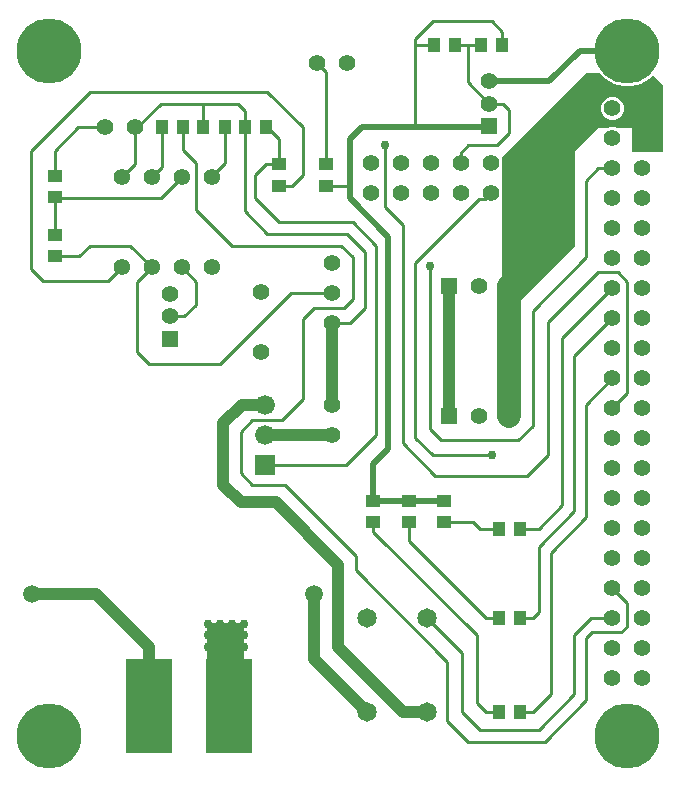
<source format=gbr>
G04 EAGLE Gerber RS-274X export*
G75*
%MOMM*%
%FSLAX34Y34*%
%LPD*%
%INTop Copper*%
%IPPOS*%
%AMOC8*
5,1,8,0,0,1.08239X$1,22.5*%
G01*
%ADD10C,1.422400*%
%ADD11C,1.500000*%
%ADD12R,4.000000X8.000000*%
%ADD13C,1.650000*%
%ADD14R,1.676400X1.676400*%
%ADD15C,1.676400*%
%ADD16R,1.422400X1.422400*%
%ADD17R,0.987300X1.311800*%
%ADD18R,1.311800X0.987300*%
%ADD19C,1.386000*%
%ADD20C,2.000000*%
%ADD21C,5.500000*%
%ADD22C,0.254000*%
%ADD23C,0.508000*%
%ADD24C,0.756400*%
%ADD25C,1.016000*%

G36*
X420110Y389255D02*
X420110Y389255D01*
X420181Y389261D01*
X420229Y389281D01*
X420280Y389292D01*
X420341Y389329D01*
X420407Y389357D01*
X420463Y389402D01*
X420491Y389418D01*
X420506Y389436D01*
X420538Y389462D01*
X480538Y449462D01*
X480591Y449536D01*
X480651Y449605D01*
X480663Y449635D01*
X480682Y449661D01*
X480709Y449748D01*
X480743Y449833D01*
X480747Y449874D01*
X480754Y449897D01*
X480753Y449929D01*
X480761Y450000D01*
X480761Y529685D01*
X500315Y549239D01*
X507056Y549239D01*
X507121Y549249D01*
X507187Y549250D01*
X507267Y549273D01*
X507299Y549279D01*
X507316Y549288D01*
X507348Y549297D01*
X510380Y550553D01*
X514220Y550553D01*
X517252Y549297D01*
X517316Y549282D01*
X517377Y549257D01*
X517460Y549248D01*
X517492Y549241D01*
X517511Y549242D01*
X517544Y549239D01*
X529239Y549239D01*
X529239Y530000D01*
X529242Y529980D01*
X529240Y529961D01*
X529262Y529859D01*
X529279Y529757D01*
X529288Y529740D01*
X529292Y529720D01*
X529345Y529631D01*
X529394Y529540D01*
X529408Y529526D01*
X529418Y529509D01*
X529497Y529442D01*
X529572Y529371D01*
X529590Y529362D01*
X529605Y529349D01*
X529701Y529310D01*
X529795Y529267D01*
X529815Y529265D01*
X529833Y529257D01*
X530000Y529239D01*
X554158Y529239D01*
X554178Y529242D01*
X554197Y529240D01*
X554299Y529262D01*
X554401Y529279D01*
X554418Y529288D01*
X554438Y529292D01*
X554527Y529345D01*
X554618Y529394D01*
X554632Y529408D01*
X554649Y529418D01*
X554716Y529497D01*
X554788Y529572D01*
X554796Y529590D01*
X554809Y529605D01*
X554848Y529701D01*
X554891Y529795D01*
X554893Y529815D01*
X554901Y529833D01*
X554919Y530000D01*
X554919Y585842D01*
X554905Y585932D01*
X554897Y586023D01*
X554885Y586053D01*
X554880Y586085D01*
X554837Y586165D01*
X554801Y586249D01*
X554775Y586281D01*
X554764Y586302D01*
X554741Y586324D01*
X554696Y586380D01*
X547319Y593758D01*
X547302Y593770D01*
X547290Y593785D01*
X547203Y593841D01*
X547119Y593902D01*
X547100Y593907D01*
X547083Y593918D01*
X546983Y593943D01*
X546884Y593974D01*
X546864Y593973D01*
X546845Y593978D01*
X546742Y593970D01*
X546638Y593968D01*
X546619Y593961D01*
X546599Y593959D01*
X546505Y593919D01*
X546407Y593883D01*
X546391Y593871D01*
X546373Y593863D01*
X546242Y593758D01*
X543445Y590961D01*
X536595Y587006D01*
X528955Y584959D01*
X521045Y584959D01*
X513405Y587006D01*
X506555Y590961D01*
X501978Y595538D01*
X501904Y595591D01*
X501834Y595651D01*
X501804Y595663D01*
X501778Y595682D01*
X501691Y595709D01*
X501606Y595743D01*
X501565Y595747D01*
X501543Y595754D01*
X501511Y595753D01*
X501439Y595761D01*
X490000Y595761D01*
X489910Y595747D01*
X489819Y595739D01*
X489789Y595727D01*
X489757Y595722D01*
X489677Y595679D01*
X489593Y595643D01*
X489561Y595617D01*
X489540Y595606D01*
X489518Y595583D01*
X489462Y595538D01*
X419462Y525538D01*
X419409Y525464D01*
X419349Y525395D01*
X419337Y525365D01*
X419318Y525339D01*
X419291Y525252D01*
X419257Y525167D01*
X419253Y525126D01*
X419246Y525103D01*
X419247Y525071D01*
X419239Y525000D01*
X419239Y390000D01*
X419250Y389929D01*
X419252Y389858D01*
X419270Y389809D01*
X419279Y389757D01*
X419312Y389694D01*
X419337Y389627D01*
X419369Y389586D01*
X419394Y389540D01*
X419445Y389491D01*
X419490Y389435D01*
X419534Y389406D01*
X419572Y389371D01*
X419637Y389340D01*
X419697Y389302D01*
X419748Y389289D01*
X419795Y389267D01*
X419866Y389259D01*
X419936Y389241D01*
X419988Y389246D01*
X420039Y389240D01*
X420110Y389255D01*
G37*
G36*
X200020Y94242D02*
X200020Y94242D01*
X200039Y94240D01*
X200141Y94262D01*
X200243Y94279D01*
X200260Y94288D01*
X200280Y94292D01*
X200369Y94345D01*
X200460Y94394D01*
X200474Y94408D01*
X200491Y94418D01*
X200558Y94497D01*
X200630Y94572D01*
X200638Y94590D01*
X200651Y94605D01*
X200690Y94701D01*
X200733Y94795D01*
X200735Y94815D01*
X200743Y94833D01*
X200761Y95000D01*
X200761Y130000D01*
X200758Y130020D01*
X200760Y130039D01*
X200738Y130141D01*
X200722Y130243D01*
X200712Y130260D01*
X200708Y130280D01*
X200655Y130369D01*
X200606Y130460D01*
X200592Y130474D01*
X200582Y130491D01*
X200503Y130558D01*
X200428Y130630D01*
X200410Y130638D01*
X200395Y130651D01*
X200299Y130690D01*
X200205Y130733D01*
X200185Y130735D01*
X200167Y130743D01*
X200000Y130761D01*
X170000Y130761D01*
X169980Y130758D01*
X169961Y130760D01*
X169859Y130738D01*
X169757Y130722D01*
X169740Y130712D01*
X169720Y130708D01*
X169631Y130655D01*
X169540Y130606D01*
X169526Y130592D01*
X169509Y130582D01*
X169442Y130503D01*
X169371Y130428D01*
X169362Y130410D01*
X169349Y130395D01*
X169310Y130299D01*
X169267Y130205D01*
X169265Y130185D01*
X169257Y130167D01*
X169239Y130000D01*
X169239Y95000D01*
X169242Y94980D01*
X169240Y94961D01*
X169262Y94859D01*
X169279Y94757D01*
X169288Y94740D01*
X169292Y94720D01*
X169345Y94631D01*
X169394Y94540D01*
X169408Y94526D01*
X169418Y94509D01*
X169497Y94442D01*
X169572Y94371D01*
X169590Y94362D01*
X169605Y94349D01*
X169701Y94310D01*
X169795Y94267D01*
X169815Y94265D01*
X169833Y94257D01*
X170000Y94239D01*
X200000Y94239D01*
X200020Y94242D01*
G37*
%LPC*%
G36*
X510380Y556647D02*
X510380Y556647D01*
X506832Y558117D01*
X504117Y560832D01*
X502647Y564380D01*
X502647Y568220D01*
X504117Y571768D01*
X506832Y574483D01*
X510380Y575953D01*
X514220Y575953D01*
X517768Y574483D01*
X520483Y571768D01*
X521953Y568220D01*
X521953Y564380D01*
X520483Y560832D01*
X517768Y558117D01*
X514220Y556647D01*
X510380Y556647D01*
G37*
%LPD*%
D10*
X512300Y566300D03*
X537700Y566300D03*
X512300Y540900D03*
X537700Y540900D03*
X512300Y515500D03*
X537700Y515500D03*
X512300Y490100D03*
X537700Y490100D03*
X512300Y464700D03*
X537700Y464700D03*
X512300Y439300D03*
X537700Y439300D03*
X512300Y413900D03*
X537700Y413900D03*
X512300Y388500D03*
X537700Y388500D03*
X512300Y363100D03*
X537700Y363100D03*
X512300Y337700D03*
X537700Y337700D03*
X512300Y312300D03*
X537700Y312300D03*
X512300Y286900D03*
X537700Y286900D03*
X512300Y261500D03*
X537700Y261500D03*
X512300Y236100D03*
X537700Y236100D03*
X512300Y210700D03*
X537700Y210700D03*
X512300Y185300D03*
X537700Y185300D03*
X512300Y159900D03*
X537700Y159900D03*
X512300Y134500D03*
X537700Y134500D03*
X512300Y109100D03*
X537700Y109100D03*
X512300Y83700D03*
X537700Y83700D03*
D11*
X20500Y155000D03*
X259500Y155000D03*
D12*
X120000Y60000D03*
X187300Y60000D03*
D13*
X304600Y55000D03*
X355400Y55000D03*
D14*
X218500Y264600D03*
D15*
X218500Y290000D03*
X218500Y315400D03*
D16*
X374200Y416100D03*
D10*
X399600Y416100D03*
X425000Y416100D03*
D17*
X184123Y550000D03*
X165877Y550000D03*
X219123Y550000D03*
X200877Y550000D03*
D10*
X275000Y435400D03*
X275000Y410000D03*
X275000Y384600D03*
D18*
X40000Y509123D03*
X40000Y490877D03*
X340000Y215877D03*
X340000Y234123D03*
D17*
X415877Y135000D03*
X434123Y135000D03*
D10*
X275000Y290000D03*
X275000Y315400D03*
D13*
X355400Y135000D03*
X304600Y135000D03*
D18*
X370000Y215877D03*
X370000Y234123D03*
D17*
X415877Y210000D03*
X434123Y210000D03*
D19*
X96900Y431900D03*
X122300Y431900D03*
X147700Y431900D03*
X173100Y431900D03*
X173100Y508100D03*
X147700Y508100D03*
X122300Y508100D03*
X96900Y508100D03*
D18*
X40000Y459123D03*
X40000Y440877D03*
D16*
X374200Y306100D03*
D10*
X399600Y306100D03*
X425000Y306100D03*
D18*
X270000Y519123D03*
X270000Y500877D03*
D10*
X262300Y605000D03*
X287700Y605000D03*
D18*
X310000Y215877D03*
X310000Y234123D03*
D17*
X415877Y55000D03*
X434123Y55000D03*
D10*
X460000Y520000D03*
X460000Y494600D03*
X434600Y520000D03*
X434600Y494600D03*
X409200Y520000D03*
X409200Y494600D03*
X383800Y520000D03*
X383800Y494600D03*
X358400Y520000D03*
X358400Y494600D03*
X333000Y520000D03*
X333000Y494600D03*
X307600Y520000D03*
X307600Y494600D03*
D18*
X230000Y500877D03*
X230000Y519123D03*
D10*
X107700Y550000D03*
X82300Y550000D03*
D16*
X408100Y550950D03*
D10*
X408100Y570000D03*
X408100Y589050D03*
D17*
X379123Y620000D03*
X360877Y620000D03*
X400877Y620000D03*
X419123Y620000D03*
D16*
X138100Y370950D03*
D10*
X138100Y390000D03*
X138100Y409050D03*
X215000Y359600D03*
X215000Y410400D03*
D17*
X130877Y550000D03*
X149123Y550000D03*
D20*
X425000Y416100D02*
X425000Y306100D01*
D21*
X35000Y615000D03*
X525000Y615000D03*
X525000Y35000D03*
X35000Y35000D03*
D22*
X60000Y550000D02*
X82300Y550000D01*
X60000Y550000D02*
X40000Y530000D01*
X40000Y509123D01*
D23*
X485000Y615000D02*
X525000Y615000D01*
X459050Y589050D02*
X408100Y589050D01*
X459050Y589050D02*
X485000Y615000D01*
D24*
X200000Y130000D03*
X200000Y120000D03*
X200000Y110000D03*
X190000Y130000D03*
X190000Y120000D03*
X190000Y110000D03*
X180000Y110000D03*
X180000Y120000D03*
X180000Y130000D03*
X170000Y130000D03*
X170000Y120000D03*
X170000Y110000D03*
D25*
X120000Y110000D02*
X120000Y60000D01*
X120000Y110000D02*
X75000Y155000D01*
X20500Y155000D01*
X259500Y155000D02*
X259500Y100100D01*
X304600Y55000D01*
X335400Y55000D02*
X355400Y55000D01*
X335400Y55000D02*
X280000Y110400D01*
X280000Y180000D01*
X227500Y232500D01*
X197500Y232500D01*
X182500Y247500D01*
X198500Y315400D02*
X218500Y315400D01*
X198500Y315400D02*
X182500Y299400D01*
X182500Y247500D01*
X275000Y315400D02*
X275000Y384600D01*
D22*
X107700Y518900D02*
X96900Y508100D01*
X107700Y518900D02*
X107700Y550000D01*
X200877Y550000D02*
X200877Y564123D01*
X195000Y570000D01*
X165877Y570000D01*
X130000Y570000D01*
X110000Y550000D01*
X107700Y550000D01*
X200877Y550000D02*
X200877Y479123D01*
X220000Y460000D02*
X287500Y460000D01*
X302500Y445000D01*
X302500Y397100D01*
X290000Y384600D01*
X275000Y384600D01*
X220000Y460000D02*
X200877Y479123D01*
X165877Y550000D02*
X165877Y570000D01*
X219123Y550000D02*
X220000Y550000D01*
X230000Y540000D01*
X230000Y519123D01*
X219123Y519123D01*
X210000Y510000D01*
X210000Y490000D01*
X230000Y470000D01*
X292500Y470000D01*
X312500Y450000D01*
X287100Y264600D02*
X218500Y264600D01*
X312500Y290000D02*
X312500Y450000D01*
X312500Y290000D02*
X287100Y264600D01*
X60877Y440877D02*
X40000Y440877D01*
X60877Y440877D02*
X70000Y450000D01*
X104200Y450000D01*
X122300Y431900D01*
X110000Y419600D01*
X110000Y360000D02*
X120000Y350000D01*
X180000Y350000D01*
X240000Y410000D01*
X275000Y410000D01*
X110000Y419600D02*
X110000Y360000D01*
X419123Y620000D02*
X419123Y630877D01*
X410000Y640000D01*
X360000Y640000D01*
X345000Y625000D01*
X345000Y620000D01*
X345000Y550000D01*
D23*
X407150Y550000D01*
D22*
X408100Y550950D01*
X360877Y620000D02*
X345000Y620000D01*
D23*
X300000Y550000D02*
X290000Y540000D01*
X300000Y550000D02*
X345000Y550000D01*
X340000Y234123D02*
X370000Y234123D01*
X340000Y234123D02*
X310000Y234123D01*
X290000Y500000D02*
X290000Y540000D01*
X290000Y500000D02*
X290000Y490000D01*
D22*
X289123Y500877D02*
X270000Y500877D01*
X289123Y500877D02*
X290000Y500000D01*
D23*
X290000Y490000D02*
X322500Y457500D01*
X322500Y277500D01*
X310000Y265000D01*
X310000Y234123D01*
D22*
X405000Y135000D02*
X415877Y135000D01*
X340000Y200000D02*
X340000Y215877D01*
X340000Y200000D02*
X405000Y135000D01*
X394123Y215877D02*
X370000Y215877D01*
X394123Y215877D02*
X400000Y210000D01*
X415877Y210000D01*
X40000Y459123D02*
X40000Y490877D01*
X147700Y507700D02*
X147700Y508100D01*
X147700Y507700D02*
X130000Y490000D01*
X40877Y490000D01*
X40000Y490877D01*
D25*
X374200Y416100D02*
X374200Y306100D01*
X275000Y290000D02*
X218500Y290000D01*
D22*
X270000Y597300D02*
X262300Y605000D01*
X270000Y597300D02*
X270000Y519123D01*
X397500Y62500D02*
X405000Y55000D01*
X415877Y55000D01*
X397500Y62500D02*
X397500Y120000D01*
X310000Y207500D01*
X310000Y215877D01*
X434123Y210000D02*
X450000Y210000D01*
X470000Y230000D01*
X470000Y371600D02*
X512300Y413900D01*
X470000Y371600D02*
X470000Y230000D01*
X445000Y135000D02*
X434123Y135000D01*
X445000Y135000D02*
X450000Y140000D01*
X450000Y195000D01*
X480000Y225000D01*
X480000Y356200D02*
X512300Y388500D01*
X480000Y356200D02*
X480000Y225000D01*
X445000Y55000D02*
X434123Y55000D01*
X490000Y315400D02*
X512300Y337700D01*
X460000Y70000D02*
X445000Y55000D01*
X460000Y70000D02*
X460000Y190000D01*
X490000Y220000D01*
X490000Y315400D01*
X512300Y312300D02*
X525000Y325000D01*
X525000Y419146D02*
X516646Y427500D01*
X500000Y427500D01*
X525000Y419146D02*
X525000Y325000D01*
X457500Y272500D02*
X457500Y385000D01*
X457500Y272500D02*
X440000Y255000D01*
X457500Y385000D02*
X500000Y427500D01*
X440000Y255000D02*
X362500Y255000D01*
X335000Y282500D01*
X335000Y467500D02*
X320000Y482500D01*
X320000Y535000D01*
X335000Y467500D02*
X335000Y282500D01*
D24*
X320000Y535000D03*
D22*
X160000Y520000D02*
X160000Y480000D01*
X282500Y450000D02*
X292500Y440000D01*
X292500Y405000D01*
X190000Y450000D02*
X160000Y480000D01*
X190000Y450000D02*
X282500Y450000D01*
X292500Y405000D02*
X285000Y397500D01*
X260000Y397500D01*
X250000Y387500D01*
X250000Y320000D01*
X232500Y302500D01*
X207500Y302500D01*
X197500Y292500D01*
X197500Y257500D02*
X207500Y247500D01*
X197500Y257500D02*
X197500Y292500D01*
X512300Y159900D02*
X525000Y147200D01*
X525000Y127500D01*
X520000Y122500D01*
X495000Y122500D01*
X490000Y117500D01*
X490000Y65000D01*
X455000Y30000D01*
X390000Y30000D01*
X372500Y47500D01*
X295000Y175000D02*
X295000Y187500D01*
X235000Y247500D01*
X372500Y97500D02*
X372500Y47500D01*
X372500Y97500D02*
X295000Y175000D01*
X235000Y247500D02*
X207500Y247500D01*
X149123Y530877D02*
X149123Y550000D01*
X149123Y530877D02*
X160000Y520000D01*
X230000Y500877D02*
X240877Y500877D01*
X250000Y510000D01*
X250000Y550000D01*
X220000Y580000D01*
X70000Y580000D01*
X20000Y530000D01*
X20000Y430000D02*
X30000Y420000D01*
X85000Y420000D01*
X96900Y431900D01*
X20000Y430000D02*
X20000Y530000D01*
X184123Y520000D02*
X184123Y550000D01*
X184123Y520000D02*
X173100Y508977D01*
X173100Y508100D01*
X150000Y390000D02*
X138100Y390000D01*
X150000Y390000D02*
X160000Y400000D01*
X160000Y419600D01*
X147700Y431900D01*
X379123Y620000D02*
X390000Y620000D01*
X400877Y620000D01*
X390000Y588100D02*
X408100Y570000D01*
X390000Y588100D02*
X390000Y620000D01*
X408100Y570000D02*
X420000Y570000D01*
X425000Y565000D01*
X425000Y545000D01*
X415000Y535000D01*
X390000Y535000D01*
X383800Y528800D01*
X383800Y520000D01*
X500500Y515500D02*
X512300Y515500D01*
X500500Y515500D02*
X490000Y505000D01*
X490000Y440000D01*
X445000Y297500D02*
X432500Y285000D01*
X367500Y285000D01*
X357500Y295000D02*
X357500Y432500D01*
X445000Y395000D02*
X490000Y440000D01*
X445000Y395000D02*
X445000Y297500D01*
X367500Y285000D02*
X357500Y295000D01*
D24*
X357500Y432500D03*
D22*
X404200Y489600D02*
X409200Y494600D01*
X404200Y489600D02*
X399600Y489600D01*
X345000Y435000D01*
X345000Y287500D02*
X360000Y272500D01*
X410000Y272500D01*
X345000Y287500D02*
X345000Y435000D01*
D24*
X410000Y272500D03*
D22*
X355400Y135000D02*
X385000Y105400D01*
X385000Y55000D01*
X400000Y40000D01*
X450000Y40000D02*
X480000Y70000D01*
X480000Y120000D01*
X494500Y134500D01*
X512300Y134500D01*
X450000Y40000D02*
X400000Y40000D01*
X130877Y516677D02*
X130877Y550000D01*
X130877Y516677D02*
X122300Y508100D01*
M02*

</source>
